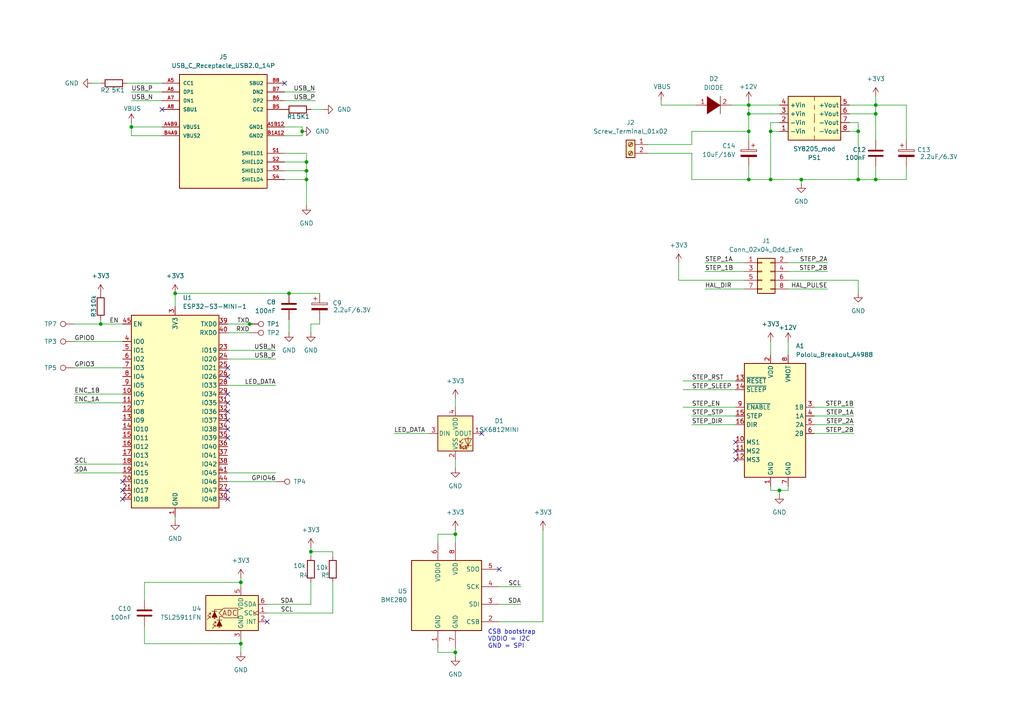
<source format=kicad_sch>
(kicad_sch (version 20231120) (generator "eeschema") (generator_version "8.0")
  (paper "A4")
  (lib_symbols
    (symbol "Connector:Screw_Terminal_01x02" (pin_names (offset 1.016) hide)
      (property "Reference" "J" (at 0 2.54 0))
      (property "Value" "Screw_Terminal_01x02" (at 0 -5.08 0))
      (symbol "Screw_Terminal_01x02_1_1"
        (rectangle (start -1.27 1.27) (end 1.27 -3.81) (stroke (width 0.254)) (fill (type background)))
        (circle (center 0 -2.54) (radius 0.635) (stroke (width 0.1524)))
        (polyline (pts (xy -0.5334 -2.2098) (xy 0.3302 -3.048)) (stroke (width 0.1524)))
        (polyline (pts (xy -0.5334 0.3302) (xy 0.3302 -0.508)) (stroke (width 0.1524)))
        (polyline (pts (xy -0.3556 -2.032) (xy 0.508 -2.8702)) (stroke (width 0.1524)))
        (polyline (pts (xy -0.3556 0.508) (xy 0.508 -0.3302)) (stroke (width 0.1524)))
        (circle (center 0 0) (radius 0.635) (stroke (width 0.1524)))
        (pin passive line (at -5.08 0 0) (length 3.81) (name "Pin_1") (number "1"))
        (pin passive line (at -5.08 -2.54 0) (length 3.81) (name "Pin_2") (number "2"))
      )
    )
    (symbol "Connector:TestPoint" (pin_numbers hide) (pin_names (offset 0.762) hide)
      (property "Reference" "TP" (at 0 6.858 0))
      (property "Value" "TestPoint" (at 0 5.08 0))
      (symbol "TestPoint_0_1"
        (circle (center 0 3.302) (radius 0.762))
      )
      (symbol "TestPoint_1_1"
        (pin passive line (at 0 0 90) (length 2.54) (name "1") (number "1"))
      )
    )
    (symbol "Connector_Generic:Conn_02x04_Odd_Even" (pin_names (offset 1.016) hide)
      (property "Reference" "J" (at 1.27 5.08 0))
      (property "Value" "Conn_02x04_Odd_Even" (at 1.27 -7.62 0))
      (symbol "Conn_02x04_Odd_Even_1_1"
        (rectangle (start -1.27 -4.953) (end 0 -5.207) (stroke (width 0.1524)))
        (rectangle (start -1.27 -2.413) (end 0 -2.667) (stroke (width 0.1524)))
        (rectangle (start -1.27 0.127) (end 0 -0.127) (stroke (width 0.1524)))
        (rectangle (start -1.27 2.667) (end 0 2.413) (stroke (width 0.1524)))
        (rectangle (start -1.27 3.81) (end 3.81 -6.35) (stroke (width 0.254)) (fill (type background)))
        (rectangle (start 3.81 -4.953) (end 2.54 -5.207) (stroke (width 0.1524)))
        (rectangle (start 3.81 -2.413) (end 2.54 -2.667) (stroke (width 0.1524)))
        (rectangle (start 3.81 0.127) (end 2.54 -0.127) (stroke (width 0.1524)))
        (rectangle (start 3.81 2.667) (end 2.54 2.413) (stroke (width 0.1524)))
        (pin passive line (at -5.08 2.54 0) (length 3.81) (name "Pin_1") (number "1"))
        (pin passive line (at 7.62 2.54 180) (length 3.81) (name "Pin_2") (number "2"))
        (pin passive line (at -5.08 0 0) (length 3.81) (name "Pin_3") (number "3"))
        (pin passive line (at 7.62 0 180) (length 3.81) (name "Pin_4") (number "4"))
        (pin passive line (at -5.08 -2.54 0) (length 3.81) (name "Pin_5") (number "5"))
        (pin passive line (at 7.62 -2.54 180) (length 3.81) (name "Pin_6") (number "6"))
        (pin passive line (at -5.08 -5.08 0) (length 3.81) (name "Pin_7") (number "7"))
        (pin passive line (at 7.62 -5.08 180) (length 3.81) (name "Pin_8") (number "8"))
      )
    )
    (symbol "Converter_DCDC:SY8205"
      (property "Reference" "PS" (at -7.62 6.35 0))
      (property "Value" "SY8205_mod" (at 1.27 6.35 0))
      (symbol "SY8205_0_0"
        (pin power_in line (at -10.16 2.54 0) (length 2.54) (name "-Vin") (number "1"))
        (pin power_out line (at 10.16 -5.08 180) (length 2.54) (name "+Vout") (number "5"))
      )
      (symbol "SY8205_0_1"
        (rectangle (start -7.62 5.08) (end 7.62 -7.62) (stroke (width 0.254)) (fill (type background)))
        (polyline (pts (xy 0 -6.35) (xy 0 -7.62)))
        (polyline (pts (xy 0 -3.81) (xy 0 -5.08)))
        (polyline (pts (xy 0 0) (xy 0 -2.54)))
        (polyline (pts (xy 0 2.54) (xy 0 1.27)))
        (polyline (pts (xy 0 5.08) (xy 0 3.81)))
      )
      (symbol "SY8205_1_0"
        (pin power_in line (at -10.16 0 0) (length 2.54) (name "-Vin") (number "2"))
        (pin power_in line (at -10.16 -2.54 0) (length 2.54) (name "+Vin") (number "3"))
        (pin power_in line (at -10.16 -5.08 0) (length 2.54) (name "+Vin") (number "4"))
        (pin power_out line (at 10.16 -2.54 180) (length 2.54) (name "+Vout") (number "6"))
        (pin power_out line (at 10.16 0 180) (length 2.54) (name "-Vout") (number "7"))
        (pin power_out line (at 10.16 2.54 180) (length 2.54) (name "-Vout") (number "8"))
      )
    )
    (symbol "Device:C" (pin_numbers hide) (pin_names (offset 0.254))
      (property "Reference" "C" (at 0.635 2.54 0))
      (property "Value" "C" (at 0.635 -2.54 0))
      (symbol "C_0_1"
        (polyline (pts (xy -2.032 -0.762) (xy 2.032 -0.762)) (stroke (width 0.508)))
        (polyline (pts (xy -2.032 0.762) (xy 2.032 0.762)) (stroke (width 0.508)))
      )
      (symbol "C_1_1"
        (pin passive line (at 0 3.81 270) (length 2.794) (name "~") (number "1"))
        (pin passive line (at 0 -3.81 90) (length 2.794) (name "~") (number "2"))
      )
    )
    (symbol "Device:C_Polarized" (pin_numbers hide) (pin_names (offset 0.254))
      (property "Reference" "C" (at 0.635 2.54 0))
      (property "Value" "C_Polarized" (at 0.635 -2.54 0))
      (symbol "C_Polarized_0_1"
        (rectangle (start -2.286 0.508) (end 2.286 1.016))
        (polyline (pts (xy -1.778 2.286) (xy -0.762 2.286)))
        (polyline (pts (xy -1.27 2.794) (xy -1.27 1.778)))
        (rectangle (start 2.286 -0.508) (end -2.286 -1.016) (fill (type outline)))
      )
      (symbol "C_Polarized_1_1"
        (pin passive line (at 0 3.81 270) (length 2.794) (name "~") (number "1"))
        (pin passive line (at 0 -3.81 90) (length 2.794) (name "~") (number "2"))
      )
    )
    (symbol "Device:R" (pin_numbers hide) (pin_names (offset 0))
      (property "Reference" "R" (at 2.032 0 90))
      (property "Value" "R" (at 0 0 90))
      (symbol "R_0_1"
        (rectangle (start -1.016 -2.54) (end 1.016 2.54) (stroke (width 0.254)))
      )
      (symbol "R_1_1"
        (pin passive line (at 0 3.81 270) (length 1.27) (name "~") (number "1"))
        (pin passive line (at 0 -3.81 90) (length 1.27) (name "~") (number "2"))
      )
    )
    (symbol "Driver_Motor:Pololu_Breakout_A4988"
      (property "Reference" "A" (at -2.54 19.05 0))
      (property "Value" "Pololu_Breakout_A4988" (at -2.54 16.51 0))
      (symbol "Pololu_Breakout_A4988_0_1"
        (rectangle (start 10.16 -17.78) (end -7.62 15.24) (stroke (width 0.254)) (fill (type background)))
      )
      (symbol "Pololu_Breakout_A4988_1_1"
        (pin power_in line (at 0 -20.32 90) (length 2.54) (name "GND") (number "1"))
        (pin input line (at -10.16 -7.62 0) (length 2.54) (name "MS1") (number "10"))
        (pin input line (at -10.16 -10.16 0) (length 2.54) (name "MS2") (number "11"))
        (pin input line (at -10.16 -12.7 0) (length 2.54) (name "MS3") (number "12"))
        (pin input line (at -10.16 10.16 0) (length 2.54) (name "~{RESET}") (number "13"))
        (pin input line (at -10.16 7.62 0) (length 2.54) (name "~{SLEEP}") (number "14"))
        (pin input line (at -10.16 0 0) (length 2.54) (name "STEP") (number "15"))
        (pin input line (at -10.16 -2.54 0) (length 2.54) (name "DIR") (number "16"))
        (pin power_in line (at 0 17.78 270) (length 2.54) (name "VDD") (number "2"))
        (pin output line (at 12.7 2.54 180) (length 2.54) (name "1B") (number "3"))
        (pin output line (at 12.7 0 180) (length 2.54) (name "1A") (number "4"))
        (pin output line (at 12.7 -2.54 180) (length 2.54) (name "2A") (number "5"))
        (pin output line (at 12.7 -5.08 180) (length 2.54) (name "2B") (number "6"))
        (pin power_in line (at 5.08 -20.32 90) (length 2.54) (name "GND") (number "7"))
        (pin power_in line (at 5.08 17.78 270) (length 2.54) (name "VMOT") (number "8"))
        (pin input line (at -10.16 2.54 0) (length 2.54) (name "~{ENABLE}") (number "9"))
      )
    )
    (symbol "LED:SK6812MINI" (pin_names (offset 0.254))
      (property "Reference" "D" (at 5.08 5.715 0))
      (property "Value" "SK6812MINI" (at 1.27 -5.715 0))
      (symbol "SK6812MINI_0_0"
        (text "RGB" (at 2.286 -4.191 0) (effects (font (size 0.762 0.762))))
      )
      (symbol "SK6812MINI_0_1"
        (polyline (pts (xy 1.27 -3.556) (xy 1.778 -3.556)))
        (polyline (pts (xy 1.27 -2.54) (xy 1.778 -2.54)))
        (polyline (pts (xy 4.699 -3.556) (xy 2.667 -3.556)))
        (polyline (pts (xy 2.286 -2.54) (xy 1.27 -3.556) (xy 1.27 -3.048)))
        (polyline (pts (xy 2.286 -1.524) (xy 1.27 -2.54) (xy 1.27 -2.032)))
        (polyline (pts (xy 3.683 -1.016) (xy 3.683 -3.556) (xy 3.683 -4.064)))
        (polyline (pts (xy 4.699 -1.524) (xy 2.667 -1.524) (xy 3.683 -3.556) (xy 4.699 -1.524)))
        (rectangle (start 5.08 5.08) (end -5.08 -5.08) (stroke (width 0.254)) (fill (type background)))
      )
      (symbol "SK6812MINI_1_1"
        (pin output line (at 7.62 0 180) (length 2.54) (name "DOUT") (number "1"))
        (pin power_in line (at 0 -7.62 90) (length 2.54) (name "VSS") (number "2"))
        (pin input line (at -7.62 0 0) (length 2.54) (name "DIN") (number "3"))
        (pin power_in line (at 0 7.62 270) (length 2.54) (name "VDD") (number "4"))
      )
    )
    (symbol "MCU_Espressif:ESP32-S3-MINI-1"
      (property "Reference" "U" (at -11.43 29.21 0))
      (property "Value" "ESP32-S3-MINI-1" (at 12.7 29.21 0))
      (symbol "ESP32-S3-MINI-1_0_1"
        (rectangle (start -12.7 27.94) (end 12.7 -27.94) (stroke (width 0.254)) (fill (type background)))
      )
      (symbol "ESP32-S3-MINI-1_1_1"
        (pin power_in line (at 0 -30.48 90) (length 2.54) (name "GND") (number "1"))
        (pin bidirectional line (at -15.24 5.08 0) (length 2.54) (name "IO6") (number "10"))
        (pin bidirectional line (at -15.24 2.54 0) (length 2.54) (name "IO7") (number "11"))
        (pin bidirectional line (at -15.24 0 0) (length 2.54) (name "IO8") (number "12"))
        (pin bidirectional line (at -15.24 -2.54 0) (length 2.54) (name "IO9") (number "13"))
        (pin bidirectional line (at -15.24 -5.08 0) (length 2.54) (name "IO10") (number "14"))
        (pin bidirectional line (at -15.24 -7.62 0) (length 2.54) (name "IO11") (number "15"))
        (pin bidirectional line (at -15.24 -10.16 0) (length 2.54) (name "IO12") (number "16"))
        (pin bidirectional line (at -15.24 -12.7 0) (length 2.54) (name "IO13") (number "17"))
        (pin bidirectional line (at -15.24 -15.24 0) (length 2.54) (name "IO14") (number "18"))
        (pin bidirectional line (at -15.24 -17.78 0) (length 2.54) (name "IO15") (number "19"))
        (pin passive line (at 0 -30.48 90) (length 2.54) hide (name "GND") (number "2"))
        (pin bidirectional line (at -15.24 -20.32 0) (length 2.54) (name "IO16") (number "20"))
        (pin bidirectional line (at -15.24 -22.86 0) (length 2.54) (name "IO17") (number "21"))
        (pin bidirectional line (at -15.24 -25.4 0) (length 2.54) (name "IO18") (number "22"))
        (pin bidirectional line (at 15.24 17.78 180) (length 2.54) (name "IO19") (number "23"))
        (pin bidirectional line (at 15.24 15.24 180) (length 2.54) (name "IO20") (number "24"))
        (pin bidirectional line (at 15.24 12.7 180) (length 2.54) (name "IO21") (number "25"))
        (pin bidirectional line (at 15.24 10.16 180) (length 2.54) (name "IO26") (number "26"))
        (pin bidirectional line (at 15.24 -22.86 180) (length 2.54) (name "IO47") (number "27"))
        (pin bidirectional line (at 15.24 7.62 180) (length 2.54) (name "IO33") (number "28"))
        (pin bidirectional line (at 15.24 5.08 180) (length 2.54) (name "IO34") (number "29"))
        (pin power_in line (at 0 30.48 270) (length 2.54) (name "3V3") (number "3"))
        (pin bidirectional line (at 15.24 -25.4 180) (length 2.54) (name "IO48") (number "30"))
        (pin bidirectional line (at 15.24 2.54 180) (length 2.54) (name "IO35") (number "31"))
        (pin bidirectional line (at 15.24 0 180) (length 2.54) (name "IO36") (number "32"))
        (pin bidirectional line (at 15.24 -2.54 180) (length 2.54) (name "IO37") (number "33"))
        (pin bidirectional line (at 15.24 -5.08 180) (length 2.54) (name "IO38") (number "34"))
        (pin bidirectional line (at 15.24 -7.62 180) (length 2.54) (name "IO39") (number "35"))
        (pin bidirectional line (at 15.24 -10.16 180) (length 2.54) (name "IO40") (number "36"))
        (pin bidirectional line (at 15.24 -12.7 180) (length 2.54) (name "IO41") (number "37"))
        (pin bidirectional line (at 15.24 -15.24 180) (length 2.54) (name "IO42") (number "38"))
        (pin bidirectional line (at 15.24 25.4 180) (length 2.54) (name "TXD0") (number "39"))
        (pin bidirectional line (at -15.24 20.32 0) (length 2.54) (name "IO0") (number "4"))
        (pin bidirectional line (at 15.24 22.86 180) (length 2.54) (name "RXD0") (number "40"))
        (pin bidirectional line (at 15.24 -17.78 180) (length 2.54) (name "IO45") (number "41"))
        (pin passive line (at 0 -30.48 90) (length 2.54) hide (name "GND") (number "42"))
        (pin passive line (at 0 -30.48 90) (length 2.54) hide (name "GND") (number "43"))
        (pin bidirectional line (at 15.24 -20.32 180) (length 2.54) (name "IO46") (number "44"))
        (pin input line (at -15.24 25.4 0) (length 2.54) (name "EN") (number "45"))
        (pin passive line (at 0 -30.48 90) (length 2.54) hide (name "GND") (number "46"))
        (pin passive line (at 0 -30.48 90) (length 2.54) hide (name "GND") (number "47"))
        (pin passive line (at 0 -30.48 90) (length 2.54) hide (name "GND") (number "48"))
        (pin passive line (at 0 -30.48 90) (length 2.54) hide (name "GND") (number "49"))
        (pin bidirectional line (at -15.24 17.78 0) (length 2.54) (name "IO1") (number "5"))
        (pin passive line (at 0 -30.48 90) (length 2.54) hide (name "GND") (number "50"))
        (pin passive line (at 0 -30.48 90) (length 2.54) hide (name "GND") (number "51"))
        (pin passive line (at 0 -30.48 90) (length 2.54) hide (name "GND") (number "52"))
        (pin passive line (at 0 -30.48 90) (length 2.54) hide (name "GND") (number "53"))
        (pin passive line (at 0 -30.48 90) (length 2.54) hide (name "GND") (number "54"))
        (pin passive line (at 0 -30.48 90) (length 2.54) hide (name "GND") (number "55"))
        (pin passive line (at 0 -30.48 90) (length 2.54) hide (name "GND") (number "56"))
        (pin passive line (at 0 -30.48 90) (length 2.54) hide (name "GND") (number "57"))
        (pin passive line (at 0 -30.48 90) (length 2.54) hide (name "GND") (number "58"))
        (pin passive line (at 0 -30.48 90) (length 2.54) hide (name "GND") (number "59"))
        (pin bidirectional line (at -15.24 15.24 0) (length 2.54) (name "IO2") (number "6"))
        (pin passive line (at 0 -30.48 90) (length 2.54) hide (name "GND") (number "60"))
        (pin passive line (at 0 -30.48 90) (length 2.54) hide (name "GND") (number "61"))
        (pin passive line (at 0 -30.48 90) (length 2.54) hide (name "GND") (number "62"))
        (pin passive line (at 0 -30.48 90) (length 2.54) hide (name "GND") (number "63"))
        (pin passive line (at 0 -30.48 90) (length 2.54) hide (name "GND") (number "64"))
        (pin passive line (at 0 -30.48 90) (length 2.54) hide (name "GND") (number "65"))
        (pin bidirectional line (at -15.24 12.7 0) (length 2.54) (name "IO3") (number "7"))
        (pin bidirectional line (at -15.24 10.16 0) (length 2.54) (name "IO4") (number "8"))
        (pin bidirectional line (at -15.24 7.62 0) (length 2.54) (name "IO5") (number "9"))
      )
    )
    (symbol "Moex USB_C:2171790001" (pin_names (offset 1.016))
      (property "Reference" "J" (at -12.7 16.002 0))
      (property "Value" "2171790001" (at -12.7 -18.542 0))
      (symbol "2171790001_0_0"
        (rectangle (start -12.7 -17.78) (end 12.7 15.24) (stroke (width 0.254)) (fill (type background)))
        (pin power_in line (at 17.78 0 180) (length 5.08) (name "GND1") (number "A1B12"))
        (pin power_in line (at -17.78 0 0) (length 5.08) (name "VBUS1") (number "A4B9"))
        (pin bidirectional line (at -17.78 12.7 0) (length 5.08) (name "CC1") (number "A5"))
        (pin bidirectional line (at -17.78 10.16 0) (length 5.08) (name "DP1") (number "A6"))
        (pin bidirectional line (at -17.78 7.62 0) (length 5.08) (name "DN1") (number "A7"))
        (pin bidirectional line (at -17.78 5.08 0) (length 5.08) (name "SBU1") (number "A8"))
        (pin power_in line (at 17.78 -2.54 180) (length 5.08) (name "GND2") (number "B1A12"))
        (pin power_in line (at -17.78 -2.54 0) (length 5.08) (name "VBUS2") (number "B4A9"))
        (pin bidirectional line (at 17.78 5.08 180) (length 5.08) (name "CC2") (number "B5"))
        (pin bidirectional line (at 17.78 7.62 180) (length 5.08) (name "DP2") (number "B6"))
        (pin bidirectional line (at 17.78 10.16 180) (length 5.08) (name "DN2") (number "B7"))
        (pin bidirectional line (at 17.78 12.7 180) (length 5.08) (name "SBU2") (number "B8"))
        (pin passive line (at 17.78 -7.62 180) (length 5.08) (name "SHIELD1") (number "S1"))
        (pin passive line (at 17.78 -10.16 180) (length 5.08) (name "SHIELD2") (number "S2"))
        (pin passive line (at 17.78 -12.7 180) (length 5.08) (name "SHIELD3") (number "S3"))
        (pin passive line (at 17.78 -15.24 180) (length 5.08) (name "SHIELD4") (number "S4"))
      )
    )
    (symbol "Sensor:BME280"
      (property "Reference" "U" (at -8.89 11.43 0))
      (property "Value" "BME280" (at 7.62 11.43 0))
      (symbol "BME280_0_1"
        (rectangle (start -10.16 10.16) (end 10.16 -10.16) (stroke (width 0.254)) (fill (type background)))
      )
      (symbol "BME280_1_1"
        (pin power_in line (at -2.54 -15.24 90) (length 5.08) (name "GND") (number "1"))
        (pin input line (at 15.24 -7.62 180) (length 5.08) (name "CSB") (number "2"))
        (pin bidirectional line (at 15.24 -2.54 180) (length 5.08) (name "SDI") (number "3"))
        (pin input line (at 15.24 2.54 180) (length 5.08) (name "SCK") (number "4"))
        (pin bidirectional line (at 15.24 7.62 180) (length 5.08) (name "SDO") (number "5"))
        (pin power_in line (at -2.54 15.24 270) (length 5.08) (name "VDDIO") (number "6"))
        (pin power_in line (at 2.54 -15.24 90) (length 5.08) (name "GND") (number "7"))
        (pin power_in line (at 2.54 15.24 270) (length 5.08) (name "VDD") (number "8"))
      )
    )
    (symbol "Sensor_Optical:TSL25911FN"
      (property "Reference" "U" (at -7.62 6.35 0))
      (property "Value" "TSL25911FN" (at 0 -6.35 0))
      (symbol "TSL25911FN_0_0"
        (text "ADC" (at -0.635 0 0) (effects (font (size 1.524 1.524))))
      )
      (symbol "TSL25911FN_0_1"
        (polyline (pts (xy -6.35 -1.016) (xy -7.239 -1.905)))
        (polyline (pts (xy -6.35 -1.016) (xy -6.858 -1.016)))
        (polyline (pts (xy -6.35 -1.016) (xy -6.35 -1.524)))
        (polyline (pts (xy -6.223 0) (xy -7.112 -0.889)))
        (polyline (pts (xy -6.223 0) (xy -6.731 0)))
        (polyline (pts (xy -6.223 0) (xy -6.223 -0.508)))
        (polyline (pts (xy -4.826 -3.556) (xy -5.715 -4.445)))
        (polyline (pts (xy -4.826 -3.556) (xy -5.334 -3.556)))
        (polyline (pts (xy -4.826 -3.556) (xy -4.826 -4.064)))
        (polyline (pts (xy -4.699 -2.54) (xy -5.588 -3.429)))
        (polyline (pts (xy -4.699 -2.54) (xy -5.207 -2.54)))
        (polyline (pts (xy -4.699 -2.54) (xy -4.699 -3.048)))
        (polyline (pts (xy -4.318 0.508) (xy -5.842 0.508)))
        (polyline (pts (xy -2.921 -2.032) (xy -4.445 -2.032)))
        (polyline (pts (xy -4.318 -1.27) (xy -5.842 -1.27) (xy -5.08 0.381) (xy -4.318 -1.27)) (fill (type outline)))
        (polyline (pts (xy -2.921 -3.81) (xy -4.445 -3.81) (xy -3.683 -2.159) (xy -2.921 -3.81)) (fill (type outline)))
      )
      (symbol "TSL25911FN_1_0"
        (polyline (pts (xy -3.81 0) (xy -2.413 -1.397) (xy 1.651 -1.397) (xy 1.651 0)))
        (polyline (pts (xy -3.81 0) (xy -2.413 1.397) (xy 1.651 1.397) (xy 1.651 0)))
      )
      (symbol "TSL25911FN_1_1"
        (rectangle (start -7.62 5.08) (end 7.62 -5.08) (stroke (width 0.254)) (fill (type background)))
        (polyline (pts (xy -4.826 -1.651) (xy -5.334 -1.651)))
        (polyline (pts (xy -3.429 -4.191) (xy -3.937 -4.191)))
        (polyline (pts (xy -5.08 -1.524) (xy -5.08 1.016) (xy -2.794 1.016)))
        (polyline (pts (xy -3.683 -4.064) (xy -3.683 -1.016) (xy -2.794 -1.016)))
        (pin input clock (at 10.16 0 180) (length 2.54) (name "SCL") (number "1"))
        (pin open_collector line (at 10.16 -2.54 180) (length 2.54) (name "INT") (number "2"))
        (pin power_in line (at 2.54 -7.62 90) (length 2.54) (name "GND") (number "3"))
        (pin no_connect line (at -7.62 2.54 0) (length 2.54) hide (name "NC") (number "4"))
        (pin power_in line (at 2.54 7.62 270) (length 2.54) (name "VDD") (number "5"))
        (pin bidirectional line (at 10.16 2.54 180) (length 2.54) (name "SDA") (number "6"))
      )
    )
    (symbol "power:+3V3" (power) (pin_numbers hide) (pin_names (offset 0) hide)
      (property "Value" "+3V3" (at 0 3.556 0))
      (symbol "+3V3_0_1"
        (polyline (pts (xy -0.762 1.27) (xy 0 2.54)))
        (polyline (pts (xy 0 0) (xy 0 2.54)))
        (polyline (pts (xy 0 2.54) (xy 0.762 1.27)))
      )
      (symbol "+3V3_1_1"
        (pin power_in line (at 0 0 90) (length 0) (name "~") (number "1"))
      )
    )
    (symbol "power:+5V" (power) (pin_numbers hide) (pin_names (offset 0) hide)
      (property "Value" "+5V" (at 0 3.556 0))
      (symbol "+5V_0_1"
        (polyline (pts (xy -0.762 1.27) (xy 0 2.54)))
        (polyline (pts (xy 0 0) (xy 0 2.54)))
        (polyline (pts (xy 0 2.54) (xy 0.762 1.27)))
      )
      (symbol "+5V_1_1"
        (pin power_in line (at 0 0 90) (length 0) (name "~") (number "1"))
      )
    )
    (symbol "power:GND" (power) (pin_numbers hide) (pin_names (offset 0) hide)
      (property "Value" "GND" (at 0 -3.81 0))
      (symbol "GND_0_1"
        (polyline (pts (xy 0 0) (xy 0 -1.27) (xy 1.27 -1.27) (xy 0 -2.54) (xy -1.27 -1.27) (xy 0 -1.27)))
      )
      (symbol "GND_1_1"
        (pin power_in line (at 0 0 270) (length 0) (name "~") (number "1"))
      )
    )
    (symbol "pspice:DIODE" (pin_names (offset 1.016) hide)
      (property "Reference" "D" (at 0 3.81 0))
      (property "Value" "DIODE" (at 0 -4.445 0))
      (symbol "DIODE_0_1"
        (polyline (pts (xy 1.905 2.54) (xy 1.905 -2.54)))
        (polyline (pts (xy -1.905 2.54) (xy -1.905 -2.54) (xy 1.905 0)) (fill (type outline)))
      )
      (symbol "DIODE_1_1"
        (pin input line (at -5.08 0 0) (length 3.81) (name "K") (number "1"))
        (pin input line (at 5.08 0 180) (length 3.81) (name "A") (number "2"))
      )
    )
  )
  (junction (at 254 30.48))
  (junction (at 72.39 93.98))
  (junction (at 132.08 189.23))
  (junction (at 88.9 46.99))
  (junction (at 69.85 168.91))
  (junction (at 83.82 85.09))
  (junction (at 223.52 52.07))
  (junction (at 132.08 154.94))
  (junction (at 232.41 52.07))
  (junction (at 254 52.07))
  (junction (at 69.85 186.69))
  (junction (at 223.52 38.1))
  (junction (at 217.17 52.07))
  (junction (at 90.17 160.02))
  (junction (at 88.9 52.07))
  (junction (at 254 33.02))
  (junction (at 217.17 33.02))
  (junction (at 226.06 142.24))
  (junction (at 88.9 49.53))
  (junction (at 217.17 30.48))
  (junction (at 38.1 36.83))
  (junction (at 248.92 52.07))
  (junction (at 217.17 38.1))
  (junction (at 29.21 93.98))
  (junction (at 248.92 38.1))
  (junction (at 50.8 85.09))
  (junction (at 87.63 38.1))
  (no_connect (at 66.04 127))
  (no_connect (at 66.04 124.46))
  (no_connect (at 35.56 144.78))
  (no_connect (at 66.04 116.84))
  (no_connect (at 82.55 24.13))
  (no_connect (at 66.04 121.92))
  (no_connect (at 66.04 114.3))
  (no_connect (at 77.47 180.34))
  (no_connect (at 66.04 106.68))
  (no_connect (at 144.78 165.1))
  (no_connect (at 66.04 144.78))
  (no_connect (at 35.56 139.7))
  (no_connect (at 35.56 142.24))
  (no_connect (at 213.36 128.27))
  (no_connect (at 213.36 133.35))
  (no_connect (at 46.99 31.75))
  (no_connect (at 66.04 109.22))
  (no_connect (at 139.7 125.73))
  (no_connect (at 213.36 130.81))
  (no_connect (at 66.04 119.38))
  (no_connect (at 66.04 142.24))
  (wire (pts (xy 157.48 153.67) (xy 157.48 180.34)))
  (wire (pts (xy 232.41 52.07) (xy 232.41 53.34)))
  (wire (pts (xy 77.47 175.26) (xy 90.17 175.26)))
  (wire (pts (xy 228.6 76.2) (xy 240.03 76.2)))
  (wire (pts (xy 38.1 36.83) (xy 46.99 36.83)))
  (wire (pts (xy 236.22 123.19) (xy 247.65 123.19)))
  (wire (pts (xy 262.89 52.07) (xy 254 52.07)))
  (wire (pts (xy 92.71 93.98) (xy 90.17 93.98)))
  (wire (pts (xy 66.04 96.52) (xy 72.39 96.52)))
  (wire (pts (xy 212.09 30.48) (xy 217.17 30.48)))
  (wire (pts (xy 248.92 85.09) (xy 248.92 81.28)))
  (wire (pts (xy 66.04 104.14) (xy 80.01 104.14)))
  (wire (pts (xy 82.55 26.67) (xy 91.44 26.67)))
  (wire (pts (xy 41.91 168.91) (xy 41.91 173.99)))
  (wire (pts (xy 69.85 186.69) (xy 69.85 189.23)))
  (wire (pts (xy 223.52 99.06) (xy 223.52 102.87)))
  (wire (pts (xy 96.52 161.29) (xy 96.52 160.02)))
  (wire (pts (xy 200.66 44.45) (xy 200.66 52.07)))
  (wire (pts (xy 88.9 52.07) (xy 88.9 59.69)))
  (wire (pts (xy 223.52 35.56) (xy 223.52 38.1)))
  (wire (pts (xy 132.08 157.48) (xy 132.08 154.94)))
  (wire (pts (xy 200.66 123.19) (xy 213.36 123.19)))
  (wire (pts (xy 262.89 30.48) (xy 262.89 40.64)))
  (wire (pts (xy 38.1 35.56) (xy 38.1 36.83)))
  (wire (pts (xy 127 187.96) (xy 127 189.23)))
  (wire (pts (xy 217.17 30.48) (xy 226.06 30.48)))
  (wire (pts (xy 223.52 142.24) (xy 226.06 142.24)))
  (wire (pts (xy 200.66 120.65) (xy 213.36 120.65)))
  (wire (pts (xy 38.1 36.83) (xy 38.1 39.37)))
  (wire (pts (xy 132.08 153.67) (xy 132.08 154.94)))
  (wire (pts (xy 82.55 46.99) (xy 88.9 46.99)))
  (wire (pts (xy 88.9 46.99) (xy 88.9 49.53)))
  (wire (pts (xy 132.08 189.23) (xy 132.08 190.5)))
  (wire (pts (xy 26.67 24.13) (xy 29.21 24.13)))
  (wire (pts (xy 82.55 44.45) (xy 88.9 44.45)))
  (wire (pts (xy 21.59 134.62) (xy 35.56 134.62)))
  (wire (pts (xy 232.41 52.07) (xy 248.92 52.07)))
  (wire (pts (xy 248.92 81.28) (xy 228.6 81.28)))
  (wire (pts (xy 187.96 44.45) (xy 200.66 44.45)))
  (wire (pts (xy 38.1 39.37) (xy 46.99 39.37)))
  (wire (pts (xy 90.17 93.98) (xy 90.17 96.52)))
  (wire (pts (xy 226.06 35.56) (xy 223.52 35.56)))
  (wire (pts (xy 21.59 116.84) (xy 35.56 116.84)))
  (wire (pts (xy 198.12 118.11) (xy 213.36 118.11)))
  (wire (pts (xy 246.38 35.56) (xy 248.92 35.56)))
  (wire (pts (xy 21.59 99.06) (xy 35.56 99.06)))
  (wire (pts (xy 66.04 139.7) (xy 80.01 139.7)))
  (wire (pts (xy 21.59 93.98) (xy 29.21 93.98)))
  (wire (pts (xy 82.55 29.21) (xy 91.44 29.21)))
  (wire (pts (xy 246.38 33.02) (xy 254 33.02)))
  (wire (pts (xy 90.17 160.02) (xy 90.17 161.29)))
  (wire (pts (xy 83.82 92.71) (xy 83.82 96.52)))
  (wire (pts (xy 228.6 83.82) (xy 240.03 83.82)))
  (wire (pts (xy 254 30.48) (xy 254 33.02)))
  (wire (pts (xy 132.08 133.35) (xy 132.08 135.89)))
  (wire (pts (xy 236.22 125.73) (xy 247.65 125.73)))
  (wire (pts (xy 82.55 52.07) (xy 88.9 52.07)))
  (wire (pts (xy 50.8 149.86) (xy 50.8 151.13)))
  (wire (pts (xy 38.1 26.67) (xy 46.99 26.67)))
  (wire (pts (xy 248.92 35.56) (xy 248.92 38.1)))
  (wire (pts (xy 83.82 85.09) (xy 92.71 85.09)))
  (wire (pts (xy 246.38 38.1) (xy 248.92 38.1)))
  (wire (pts (xy 254 40.64) (xy 254 33.02)))
  (wire (pts (xy 132.08 189.23) (xy 127 189.23)))
  (wire (pts (xy 90.17 158.75) (xy 90.17 160.02)))
  (wire (pts (xy 66.04 93.98) (xy 72.39 93.98)))
  (wire (pts (xy 21.59 114.3) (xy 35.56 114.3)))
  (wire (pts (xy 21.59 106.68) (xy 35.56 106.68)))
  (wire (pts (xy 217.17 33.02) (xy 217.17 38.1)))
  (wire (pts (xy 35.56 93.98) (xy 29.21 93.98)))
  (wire (pts (xy 69.85 168.91) (xy 41.91 168.91)))
  (wire (pts (xy 217.17 30.48) (xy 217.17 33.02)))
  (wire (pts (xy 69.85 185.42) (xy 69.85 186.69)))
  (wire (pts (xy 66.04 137.16) (xy 80.01 137.16)))
  (wire (pts (xy 87.63 38.1) (xy 87.63 39.37)))
  (wire (pts (xy 38.1 29.21) (xy 46.99 29.21)))
  (wire (pts (xy 69.85 170.18) (xy 69.85 168.91)))
  (wire (pts (xy 187.96 41.91) (xy 200.66 41.91)))
  (wire (pts (xy 223.52 140.97) (xy 223.52 142.24)))
  (wire (pts (xy 69.85 167.64) (xy 69.85 168.91)))
  (wire (pts (xy 77.47 177.8) (xy 96.52 177.8)))
  (wire (pts (xy 90.17 160.02) (xy 96.52 160.02)))
  (wire (pts (xy 41.91 186.69) (xy 41.91 181.61)))
  (wire (pts (xy 200.66 52.07) (xy 217.17 52.07)))
  (wire (pts (xy 66.04 111.76) (xy 80.01 111.76)))
  (wire (pts (xy 50.8 85.09) (xy 50.8 88.9)))
  (wire (pts (xy 87.63 36.83) (xy 87.63 38.1)))
  (wire (pts (xy 248.92 52.07) (xy 254 52.07)))
  (wire (pts (xy 254 30.48) (xy 262.89 30.48)))
  (wire (pts (xy 114.3 125.73) (xy 124.46 125.73)))
  (wire (pts (xy 200.66 38.1) (xy 217.17 38.1)))
  (wire (pts (xy 262.89 48.26) (xy 262.89 52.07)))
  (wire (pts (xy 29.21 93.98) (xy 29.21 92.71)))
  (wire (pts (xy 204.47 76.2) (xy 215.9 76.2)))
  (wire (pts (xy 223.52 52.07) (xy 232.41 52.07)))
  (wire (pts (xy 132.08 115.57) (xy 132.08 118.11)))
  (wire (pts (xy 196.85 76.2) (xy 196.85 81.28)))
  (wire (pts (xy 217.17 33.02) (xy 226.06 33.02)))
  (wire (pts (xy 144.78 175.26) (xy 151.13 175.26)))
  (wire (pts (xy 127 154.94) (xy 127 157.48)))
  (wire (pts (xy 226.06 142.24) (xy 226.06 143.51)))
  (wire (pts (xy 228.6 99.06) (xy 228.6 102.87)))
  (wire (pts (xy 96.52 177.8) (xy 96.52 168.91)))
  (wire (pts (xy 217.17 52.07) (xy 223.52 52.07)))
  (wire (pts (xy 36.83 24.13) (xy 46.99 24.13)))
  (wire (pts (xy 248.92 38.1) (xy 248.92 52.07)))
  (wire (pts (xy 90.17 31.75) (xy 93.98 31.75)))
  (wire (pts (xy 88.9 49.53) (xy 88.9 52.07)))
  (wire (pts (xy 132.08 187.96) (xy 132.08 189.23)))
  (wire (pts (xy 223.52 38.1) (xy 226.06 38.1)))
  (wire (pts (xy 144.78 170.18) (xy 151.13 170.18)))
  (wire (pts (xy 254 48.26) (xy 254 52.07)))
  (wire (pts (xy 204.47 78.74) (xy 215.9 78.74)))
  (wire (pts (xy 217.17 48.26) (xy 217.17 52.07)))
  (wire (pts (xy 198.12 110.49) (xy 213.36 110.49)))
  (wire (pts (xy 217.17 30.48) (xy 217.17 29.21)))
  (wire (pts (xy 228.6 142.24) (xy 228.6 140.97)))
  (wire (pts (xy 228.6 78.74) (xy 240.03 78.74)))
  (wire (pts (xy 204.47 83.82) (xy 215.9 83.82)))
  (wire (pts (xy 21.59 137.16) (xy 35.56 137.16)))
  (wire (pts (xy 223.52 38.1) (xy 223.52 52.07)))
  (wire (pts (xy 82.55 49.53) (xy 88.9 49.53)))
  (wire (pts (xy 226.06 142.24) (xy 228.6 142.24)))
  (wire (pts (xy 217.17 38.1) (xy 217.17 40.64)))
  (wire (pts (xy 72.39 93.98) (xy 73.66 93.98)))
  (wire (pts (xy 191.77 30.48) (xy 201.93 30.48)))
  (wire (pts (xy 82.55 39.37) (xy 87.63 39.37)))
  (wire (pts (xy 191.77 29.21) (xy 191.77 30.48)))
  (wire (pts (xy 66.04 101.6) (xy 80.01 101.6)))
  (wire (pts (xy 236.22 120.65) (xy 247.65 120.65)))
  (wire (pts (xy 50.8 85.09) (xy 83.82 85.09)))
  (wire (pts (xy 88.9 44.45) (xy 88.9 46.99)))
  (wire (pts (xy 157.48 180.34) (xy 144.78 180.34)))
  (wire (pts (xy 196.85 81.28) (xy 215.9 81.28)))
  (wire (pts (xy 69.85 186.69) (xy 41.91 186.69)))
  (wire (pts (xy 246.38 30.48) (xy 254 30.48)))
  (wire (pts (xy 132.08 154.94) (xy 127 154.94)))
  (wire (pts (xy 254 27.94) (xy 254 30.48)))
  (wire (pts (xy 200.66 41.91) (xy 200.66 38.1)))
  (wire (pts (xy 82.55 36.83) (xy 87.63 36.83)))
  (wire (pts (xy 198.12 113.03) (xy 213.36 113.03)))
  (wire (pts (xy 92.71 92.71) (xy 92.71 93.98)))
  (wire (pts (xy 90.17 175.26) (xy 90.17 168.91)))
  (wire (pts (xy 236.22 118.11) (xy 247.65 118.11)))
  (text "CSB bootstrap\nVDDIO = I2C\nGND = SPI" (at 141.478 185.42 0) (effects (font (size 1.27 1.27)) (justify left)))
  (label "LED_DATA" (at 80.01 111.76 180))
  (label "STEP_2A" (at 247.65 123.19 180))
  (label "SCL" (at 85.09 177.8 180))
  (label "USB_N" (at 38.1 29.21 0))
  (label "SDA" (at 151.13 175.26 180))
  (label "STEP_EN" (at 200.66 118.11 0))
  (label "USB_P" (at 38.1 26.67 0))
  (label "USB_N" (at 91.44 26.67 180))
  (label "SCL" (at 21.59 134.62 0))
  (label "STEP_RST" (at 200.66 110.49 0))
  (label "STEP_2B" (at 240.03 78.74 180))
  (label "GPIO0" (at 21.59 99.06 0))
  (label "RXD" (at 72.39 96.52 180))
  (label "STEP_1B" (at 204.47 78.74 0))
  (label "STEP_SLEEP" (at 200.66 113.03 0))
  (label "SCL" (at 151.13 170.18 180))
  (label "HAL_DIR" (at 204.47 83.82 0))
  (label "ENC_1B" (at 21.59 114.3 0))
  (label "EN" (at 31.75 93.98 0))
  (label "TXD" (at 72.39 93.98 180))
  (label "SDA" (at 85.09 175.26 180))
  (label "USB_P" (at 91.44 29.21 180))
  (label "STEP_1B" (at 247.65 118.11 180))
  (label "STEP_2A" (at 240.03 76.2 180))
  (label "STEP_DIR" (at 200.66 123.19 0))
  (label "STEP_1A" (at 204.47 76.2 0))
  (label "USB_N" (at 80.01 101.6 180))
  (label "STEP_STP" (at 200.66 120.65 0))
  (label "ENC_1A" (at 21.59 116.84 0))
  (label "STEP_2B" (at 247.65 125.73 180))
  (label "STEP_1A" (at 247.65 120.65 180))
  (label "HAL_PULSE" (at 240.03 83.82 180))
  (label "GPIO46" (at 80.01 139.7 180))
  (label "LED_DATA" (at 114.3 125.73 0))
  (label "GPIO3" (at 21.59 106.68 0))
  (label "SDA" (at 21.59 137.16 0))
  (label "USB_P" (at 80.01 104.14 180))
  (symbol (lib_id "power:+3V3") (at 132.08 153.67 0) (unit 1)
    (property "Reference" "#PWR024" (effects (hide yes)))
    (property "Value" "+3V3" (at 132.08 148.59 0))
    (property "Description" "Power symbol creates a global label with name \"+3V3\"" (effects (hide yes)))
  )
  (symbol (lib_id "power:GND") (at 88.9 59.69 0) (unit 1)
    (property "Reference" "#PWR031" (effects (hide yes)))
    (property "Value" "GND" (at 88.9 64.77 0))
    (property "Description" "Power symbol creates a global label with name \"GND\" , ground" (effects (hide yes)))
  )
  (symbol (lib_id "Device:C") (at 83.82 88.9 0) (mirror y) (unit 1)
    (property "Reference" "C8" (at 80.01 87.6299 0) (effects (justify left)))
    (property "Value" "100nF" (at 80.01 90.1699 0) (effects (justify left)))
    (property "Footprint" "Capacitor_SMD:C_0603_1608Metric" (effects (hide yes)))
    (property "Description" "Unpolarized capacitor" (effects (hide yes)))
  )
  (symbol (lib_id "power:+5V") (at 191.77 29.21 0) (unit 1)
    (property "Reference" "#PWR06" (effects (hide yes)))
    (property "Value" "VBUS" (at 189.484 25.146 0) (effects (justify left)))
    (property "Description" "Power symbol creates a global label with name \"+5V\"" (effects (hide yes)))
  )
  (symbol (lib_id "Connector:TestPoint") (at 21.59 106.68 90) (mirror x) (unit 1)
    (property "Reference" "TP5" (at 16.51 106.68 90) (effects (justify left)))
    (property "Value" "TestPoint" (effects (hide yes)))
    (property "Footprint" "TestPoint:TestPoint_Pad_D1.5mm" (effects (hide yes)))
    (property "Description" "test point" (effects (hide yes)))
  )
  (symbol (lib_id "power:GND") (at 26.67 24.13 270) (unit 1)
    (property "Reference" "#PWR011" (effects (hide yes)))
    (property "Value" "GND" (at 22.86 24.1299 90) (effects (justify right)))
    (property "Description" "Power symbol creates a global label with name \"GND\" , ground" (effects (hide yes)))
  )
  (symbol (lib_id "Connector:TestPoint") (at 72.39 96.52 270) (unit 1)
    (property "Reference" "TP2" (at 77.47 96.52 90) (effects (justify left)))
    (property "Value" "TestPoint" (effects (hide yes)))
    (property "Footprint" "TestPoint:TestPoint_Pad_D1.5mm" (effects (hide yes)))
    (property "Description" "test point" (effects (hide yes)))
  )
  (symbol (lib_id "Device:C") (at 254 44.45 0) (mirror y) (unit 1)
    (property "Reference" "C12" (at 251.206 43.434 0) (effects (justify left)))
    (property "Value" "100nF" (at 251.206 45.72 0) (effects (justify left)))
    (property "Footprint" "Capacitor_SMD:C_0603_1608Metric" (effects (hide yes)))
    (property "Description" "Unpolarized capacitor" (effects (hide yes)))
  )
  (symbol (lib_id "Driver_Motor:Pololu_Breakout_A4988") (at 223.52 120.65 0) (unit 1)
    (property "Reference" "A1" (at 230.7941 100.33 0) (effects (justify left)))
    (property "Value" "Pololu_Breakout_A4988" (at 230.7941 102.87 0) (effects (justify left)))
    (property "Footprint" "Module:Pololu_Breakout-16_15.2x20.3mm" (effects (hide yes)))
    (property "Datasheet" "https://www.pololu.com/product/2980/pictures" (effects (hide yes)))
    (property "Description" "Pololu Breakout Board, Stepper Driver A4988" (effects (hide yes)))
  )
  (symbol (lib_id "Converter_DCDC:SY8205") (at 236.22 35.56 0) (mirror x) (unit 1)
    (property "Reference" "PS1" (at 236.22 45.72 0))
    (property "Value" "SY8205_mod" (at 236.22 43.18 0))
    (property "Footprint" "Module:DCDC-WeActStudio 3v3 5A" (effects (hide yes)))
    (property "Description" "SY8205 7 TO 30 INPUT, 3.3V/5V/9V/12V 5A OUTPUT DC TO DC MODULE" (effects (hide yes)))
  )
  (symbol (lib_id "MCU_Espressif:ESP32-S3-MINI-1") (at 50.8 119.38 0) (unit 1)
    (property "Reference" "U1" (at 52.9941 86.36 0) (effects (justify left)))
    (property "Value" "ESP32-S3-MINI-1" (at 52.9941 88.9 0) (effects (justify left)))
    (property "Footprint" "Espressif:ESP32-S3-MINI-1" (effects (hide yes)))
    (property "Datasheet" "https://www.espressif.com/sites/default/files/documentation/esp32-s3-mini-1_mini-1u_datasheet_en.pdf" (effects (hide yes)))
    (property "Description" "RF Module, ESP32-S3 SoC, Wi-Fi 802.11b/g/n, Bluetooth, BLE, 32-bit, 3.3V, SMD, onboard antenna" (effects (hide yes)))
  )
  (symbol (lib_id "Connector:TestPoint") (at 21.59 93.98 90) (mirror x) (unit 1)
    (property "Reference" "TP7" (at 16.51 93.98 90) (effects (justify left)))
    (property "Value" "TestPoint" (effects (hide yes)))
    (property "Footprint" "TestPoint:TestPoint_Pad_D1.5mm" (effects (hide yes)))
    (property "Description" "test point" (effects (hide yes)))
  )
  (symbol (lib_id "Device:C_Polarized") (at 262.89 44.45 0) (unit 1)
    (property "Reference" "C13" (at 267.97 43.434 0))
    (property "Value" "2.2uF/6.3V" (at 272.288 45.466 0))
    (property "Footprint" "Capacitor_Tantalum_SMD:CP_EIA-3528-21_Kemet-B" (effects (hide yes)))
    (property "Description" "Polarized capacitor" (effects (hide yes)))
  )
  (symbol (lib_id "Device:R") (at 33.02 24.13 270) (unit 1)
    (property "Reference" "R2" (at 30.48 26.162 90))
    (property "Value" "5K1" (at 34.29 26.162 90))
    (property "Footprint" "Resistor_SMD:R_0603_1608Metric" (effects (hide yes)))
    (property "Description" "Resistor" (effects (hide yes)))
  )
  (symbol (lib_id "Connector:Screw_Terminal_01x02") (at 182.88 41.91 0) (mirror y) (unit 1)
    (property "Reference" "J2" (at 182.88 35.56 0))
    (property "Value" "Screw_Terminal_01x02" (at 182.88 38.1 0))
    (property "Footprint" "TerminalBlock_4Ucon:TerminalBlock_4Ucon_1x02_P3.50mm_Horizontal" (effects (hide yes)))
    (property "Description" "Generic screw terminal, single row, 01x02, script generated (kicad-library-utils/schlib/autogen/connector/)" (effects (hide yes)))
  )
  (symbol (lib_id "power:+3V3") (at 157.48 153.67 0) (unit 1)
    (property "Reference" "#PWR025" (effects (hide yes)))
    (property "Value" "+3V3" (at 157.48 148.59 0))
    (property "Description" "Power symbol creates a global label with name \"+3V3\"" (effects (hide yes)))
  )
  (symbol (lib_id "Device:C_Polarized") (at 92.71 88.9 0) (unit 1)
    (property "Reference" "C9" (at 97.79 87.884 0))
    (property "Value" "2.2uF/6.3V" (at 102.108 89.916 0))
    (property "Footprint" "Capacitor_Tantalum_SMD:CP_EIA-3528-21_Kemet-B" (effects (hide yes)))
    (property "Description" "Polarized capacitor" (effects (hide yes)))
  )
  (symbol (lib_id "power:+5V") (at 38.1 35.56 0) (unit 1)
    (property "Reference" "#PWR015" (effects (hide yes)))
    (property "Value" "VBUS" (at 35.814 31.496 0) (effects (justify left)))
    (property "Description" "Power symbol creates a global label with name \"+5V\"" (effects (hide yes)))
  )
  (symbol (lib_id "power:GND") (at 83.82 96.52 0) (unit 1)
    (property "Reference" "#PWR019" (effects (hide yes)))
    (property "Value" "GND" (at 83.82 101.6 0))
    (property "Description" "Power symbol creates a global label with name \"GND\" , ground" (effects (hide yes)))
  )
  (symbol (lib_id "Sensor:BME280") (at 129.54 172.72 0) (unit 1)
    (property "Reference" "U5" (at 118.11 171.4499 0) (effects (justify right)))
    (property "Value" "BME280" (at 118.11 173.9899 0) (effects (justify right)))
    (property "Footprint" "Package_LGA:Bosch_LGA-8_2.5x2.5mm_P0.65mm_ClockwisePinNumbering" (effects (hide yes)))
    (property "Datasheet" "https://www.bosch-sensortec.com/media/boschsensortec/downloads/datasheets/bst-bme280-ds002.pdf" (effects (hide yes)))
    (property "Description" "3-in-1 sensor, humidity, pressure, temperature, I2C and SPI interface, 1.71-3.6V, LGA-8" (effects (hide yes)))
  )
  (symbol (lib_id "Device:R") (at 90.17 165.1 180) (unit 1)
    (property "Reference" "R4" (at 88.138 166.878 0))
    (property "Value" "10k" (at 86.868 164.084 0))
    (property "Footprint" "Resistor_SMD:R_0603_1608Metric" (effects (hide yes)))
    (property "Description" "Resistor" (effects (hide yes)))
  )
  (symbol (lib_id "power:+3V3") (at 50.8 85.09 0) (unit 1)
    (property "Reference" "#PWR03" (effects (hide yes)))
    (property "Value" "+3V3" (at 50.8 80.01 0))
    (property "Description" "Power symbol creates a global label with name \"+3V3\"" (effects (hide yes)))
  )
  (symbol (lib_id "Device:R") (at 96.52 165.1 180) (unit 1)
    (property "Reference" "R5" (at 94.488 166.878 0))
    (property "Value" "10k" (at 93.472 164.592 0))
    (property "Footprint" "Resistor_SMD:R_0603_1608Metric" (effects (hide yes)))
    (property "Description" "Resistor" (effects (hide yes)))
  )
  (symbol (lib_id "Sensor_Optical:TSL25911FN") (at 67.31 177.8 0) (unit 1)
    (property "Reference" "U4" (at 58.42 176.5299 0) (effects (justify right)))
    (property "Value" "TSL25911FN" (at 58.42 179.0699 0) (effects (justify right)))
    (property "Footprint" "OptoDevice:Ams_TSL25911FN" (effects (hide yes)))
    (property "Datasheet" "https://ams.com/documents/20143/9331680/TSL2591_DS000338_7-00.pdf" (effects (hide yes)))
    (property "Description" "Light to digital converter, 2.7 to 3.6V Vdd, DFN-6" (effects (hide yes)))
  )
  (symbol (lib_id "power:+3V3") (at 90.17 158.75 0) (unit 1)
    (property "Reference" "#PWR028" (effects (hide yes)))
    (property "Value" "+3V3" (at 90.17 153.67 0))
    (property "Description" "Power symbol creates a global label with name \"+3V3\"" (effects (hide yes)))
  )
  (symbol (lib_id "Device:C_Polarized") (at 217.17 44.45 0) (mirror y) (unit 1)
    (property "Reference" "C14" (at 213.36 42.2909 0) (effects (justify left)))
    (property "Value" "10uF/16V" (at 213.36 44.8309 0) (effects (justify left)))
    (property "Footprint" "Capacitor_SMD:CP_Elec_4x5.4" (effects (hide yes)))
    (property "Description" "Polarized capacitor" (effects (hide yes)))
  )
  (symbol (lib_id "power:GND") (at 93.98 31.75 90) (unit 1)
    (property "Reference" "#PWR010" (effects (hide yes)))
    (property "Value" "GND" (at 97.79 31.7499 90) (effects (justify right)))
    (property "Description" "Power symbol creates a global label with name \"GND\" , ground" (effects (hide yes)))
  )
  (symbol (lib_id "Moex USB_C:2171790001") (at 64.77 36.83 0) (unit 1)
    (property "Reference" "J5" (at 64.77 16.51 0))
    (property "Value" "USB_C_Receptacle_USB2.0_14P" (at 64.77 19.05 0))
    (property "Footprint" "Connector_USB:USB_C_Receptacle_Molex_217179" (effects (hide yes)))
    (property "Datasheet" "https://www.usb.org/sites/default/files/documents/usb_type-c.zip" (effects (hide yes)))
    (property "Description" "USB 2.0-only 14P Type-C Receptacle connector" (effects (hide yes)))
    (property "MF" "Molex" (effects (hide yes)))
    (property "MAXIMUM_PACKAGE_HEIGHT" "3.16 mm" (effects (hide yes)))
    (property "Package" "None" (effects (hide yes)))
    (property "Price" "None" (effects (hide yes)))
    (property "Check_prices" "https://www.snapeda.com/parts/217179-0001/Molex/view-part/?ref=eda" (effects (hide yes)))
    (property "STANDARD" "Manufacturer Recommendations" (effects (hide yes)))
    (property "PARTREV" "A1" (effects (hide yes)))
    (property "SnapEDA_Link" "https://www.snapeda.com/parts/217179-0001/Molex/view-part/?ref=snap" (effects (hide yes)))
    (property "MP" "217179-0001" (effects (hide yes)))
    (property "Purchase-URL" "https://www.snapeda.com/api/url_track_click_mouser/?unipart_id=5817784&manufacturer=Molex&part_name=217179-0001&search_term=None" (effects (hide yes)))
    (property "Description_1" "\nUSB Type C - Connector, Top-mount SMT, 16pos | Molex Incorporated 217179-0001\n" (effects (hide yes)))
    (property "MANUFACTURER" "Molex" (effects (hide yes)))
    (property "Availability" "In Stock" (effects (hide yes)))
    (property "SNAPEDA_PN" "2169900003" (effects (hide yes)))
  )
  (symbol (lib_id "Device:R") (at 86.36 31.75 90) (mirror x) (unit 1)
    (property "Reference" "R1" (at 84.582 33.782 90))
    (property "Value" "5K1" (at 87.884 33.782 90))
    (property "Footprint" "Resistor_SMD:R_0603_1608Metric" (effects (hide yes)))
    (property "Description" "Resistor" (effects (hide yes)))
  )
  (symbol (lib_id "Device:C") (at 41.91 177.8 0) (mirror y) (unit 1)
    (property "Reference" "C10" (at 38.1 176.5299 0) (effects (justify left)))
    (property "Value" "100nF" (at 38.1 179.0699 0) (effects (justify left)))
    (property "Footprint" "Capacitor_SMD:C_0603_1608Metric" (effects (hide yes)))
    (property "Description" "Unpolarized capacitor" (effects (hide yes)))
  )
  (symbol (lib_id "Connector_Generic:Conn_02x04_Odd_Even") (at 220.98 78.74 0) (unit 1)
    (property "Reference" "J1" (at 222.25 69.85 0))
    (property "Value" "Conn_02x04_Odd_Even" (at 222.25 72.39 0))
    (property "Footprint" "Connector_JST:JST_PHD_B8B-PHDSS_2x04_P2.00mm_Vertical" (effects (hide yes)))
    (property "Description" "Generic connector, double row, 02x04, odd/even pin numbering scheme (row 1 odd numbers, row 2 even numbers), script generated (kicad-library-utils/schlib/autogen/connector/)" (effects (hide yes)))
  )
  (symbol (lib_id "power:GND") (at 69.85 189.23 0) (unit 1)
    (property "Reference" "#PWR021" (effects (hide yes)))
    (property "Value" "GND" (at 69.85 194.31 0))
    (property "Description" "Power symbol creates a global label with name \"GND\" , ground" (effects (hide yes)))
  )
  (symbol (lib_id "Connector:TestPoint") (at 72.39 93.98 270) (unit 1)
    (property "Reference" "TP1" (at 77.47 93.98 90) (effects (justify left)))
    (property "Value" "TestPoint" (effects (hide yes)))
    (property "Footprint" "TestPoint:TestPoint_Pad_D1.5mm" (effects (hide yes)))
    (property "Description" "test point" (effects (hide yes)))
  )
  (symbol (lib_id "power:GND") (at 248.92 85.09 0) (unit 1)
    (property "Reference" "#PWR08" (effects (hide yes)))
    (property "Value" "GND" (at 248.92 90.17 0))
    (property "Description" "Power symbol creates a global label with name \"GND\" , ground" (effects (hide yes)))
  )
  (symbol (lib_id "power:GND") (at 232.41 53.34 0) (unit 1)
    (property "Reference" "#PWR032" (effects (hide yes)))
    (property "Value" "GND" (at 232.41 58.42 0))
    (property "Description" "Power symbol creates a global label with name \"GND\" , ground" (effects (hide yes)))
  )
  (symbol (lib_id "power:+3V3") (at 132.08 115.57 0) (unit 1)
    (property "Reference" "#PWR012" (effects (hide yes)))
    (property "Value" "+3V3" (at 132.08 110.49 0))
    (property "Description" "Power symbol creates a global label with name \"+3V3\"" (effects (hide yes)))
  )
  (symbol (lib_id "power:+3V3") (at 69.85 167.64 0) (unit 1)
    (property "Reference" "#PWR022" (effects (hide yes)))
    (property "Value" "+3V3" (at 69.85 162.56 0))
    (property "Description" "Power symbol creates a global label with name \"+3V3\"" (effects (hide yes)))
  )
  (symbol (lib_id "power:GND") (at 87.63 38.1 90) (unit 1)
    (property "Reference" "#PWR09" (effects (hide yes)))
    (property "Value" "GND" (at 91.44 38.0999 90) (effects (justify right)))
    (property "Description" "Power symbol creates a global label with name \"GND\" , ground" (effects (hide yes)))
  )
  (symbol (lib_id "power:GND") (at 50.8 151.13 0) (unit 1)
    (property "Reference" "#PWR02" (effects (hide yes)))
    (property "Value" "GND" (at 50.8 156.21 0))
    (property "Description" "Power symbol creates a global label with name \"GND\" , ground" (effects (hide yes)))
  )
  (symbol (lib_id "power:+3V3") (at 196.85 76.2 0) (unit 1)
    (property "Reference" "#PWR07" (effects (hide yes)))
    (property "Value" "+3V3" (at 196.85 71.12 0))
    (property "Description" "Power symbol creates a global label with name \"+3V3\"" (effects (hide yes)))
  )
  (symbol (lib_id "power:GND") (at 90.17 96.52 0) (unit 1)
    (property "Reference" "#PWR020" (effects (hide yes)))
    (property "Value" "GND" (at 90.17 101.6 0))
    (property "Description" "Power symbol creates a global label with name \"GND\" , ground" (effects (hide yes)))
  )
  (symbol (lib_id "Connector:TestPoint") (at 21.59 99.06 90) (mirror x) (unit 1)
    (property "Reference" "TP3" (at 16.51 99.06 90) (effects (justify left)))
    (property "Value" "TestPoint" (effects (hide yes)))
    (property "Footprint" "TestPoint:TestPoint_Pad_D1.5mm" (effects (hide yes)))
    (property "Description" "test point" (effects (hide yes)))
  )
  (symbol (lib_id "power:+5V") (at 228.6 99.06 0) (unit 1)
    (property "Reference" "#PWR05" (effects (hide yes)))
    (property "Value" "+12V" (at 225.806 94.996 0) (effects (justify left)))
    (property "Description" "Power symbol creates a global label with name \"+5V\"" (effects (hide yes)))
  )
  (symbol (lib_id "power:+5V") (at 217.17 29.21 0) (unit 1)
    (property "Reference" "#PWR016" (effects (hide yes)))
    (property "Value" "+12V" (at 214.376 25.146 0) (effects (justify left)))
    (property "Description" "Power symbol creates a global label with name \"+5V\"" (effects (hide yes)))
  )
  (symbol (lib_id "LED:SK6812MINI") (at 132.08 125.73 0) (unit 1)
    (property "Reference" "D1" (at 144.78 122.082 0))
    (property "Value" "SK6812MINI" (at 144.78 124.622 0))
    (property "Footprint" "LED_SMD:LED_SK6812MINI_PLCC4_3.5x3.5mm_P1.75mm" (effects (hide yes)))
    (property "Datasheet" "https://cdn-shop.adafruit.com/product-files/2686/SK6812MINI_REV.01-1-2.pdf" (effects (hide yes)))
    (property "Description" "RGB LED with integrated controller" (effects (hide yes)))
  )
  (symbol (lib_id "power:+3V3") (at 254 27.94 0) (unit 1)
    (property "Reference" "#PWR026" (effects (hide yes)))
    (property "Value" "+3V3" (at 254 22.86 0))
    (property "Description" "Power symbol creates a global label with name \"+3V3\"" (effects (hide yes)))
  )
  (symbol (lib_id "Connector:TestPoint") (at 80.01 139.7 270) (unit 1)
    (property "Reference" "TP4" (at 85.09 139.7 90) (effects (justify left)))
    (property "Value" "TestPoint" (effects (hide yes)))
    (property "Footprint" "TestPoint:TestPoint_Pad_D1.5mm" (effects (hide yes)))
    (property "Description" "test point" (effects (hide yes)))
  )
  (symbol (lib_id "power:GND") (at 132.08 135.89 0) (unit 1)
    (property "Reference" "#PWR027" (effects (hide yes)))
    (property "Value" "GND" (at 132.08 140.97 0))
    (property "Description" "Power symbol creates a global label with name \"GND\" , ground" (effects (hide yes)))
  )
  (symbol (lib_id "power:+3V3") (at 29.21 85.09 0) (unit 1)
    (property "Reference" "#PWR018" (effects (hide yes)))
    (property "Value" "+3V3" (at 29.21 80.01 0))
    (property "Description" "Power symbol creates a global label with name \"+3V3\"" (effects (hide yes)))
  )
  (symbol (lib_id "power:GND") (at 132.08 190.5 0) (unit 1)
    (property "Reference" "#PWR023" (effects (hide yes)))
    (property "Value" "GND" (at 132.08 195.58 0))
    (property "Description" "Power symbol creates a global label with name \"GND\" , ground" (effects (hide yes)))
  )
  (symbol (lib_id "power:+3V3") (at 223.52 99.06 0) (unit 1)
    (property "Reference" "#PWR01" (effects (hide yes)))
    (property "Value" "+3V3" (at 223.52 93.98 0))
    (property "Description" "Power symbol creates a global label with name \"+3V3\"" (effects (hide yes)))
  )
  (symbol (lib_id "pspice:DIODE") (at 207.01 30.48 0) (unit 1)
    (property "Reference" "D2" (at 207.01 22.86 0))
    (property "Value" "DIODE" (at 207.01 25.4 0))
    (property "Footprint" "Diode_SMD:D_SMA" (effects (hide yes)))
    (property "Description" "Diode symbol for simulation only. Pin order incompatible with official kicad footprints" (effects (hide yes)))
  )
  (symbol (lib_id "power:GND") (at 226.06 143.51 0) (unit 1)
    (property "Reference" "#PWR04" (effects (hide yes)))
    (property "Value" "GND" (at 226.06 148.59 0))
    (property "Description" "Power symbol creates a global label with name \"GND\" , ground" (effects (hide yes)))
  )
  (symbol (lib_id "Device:R") (at 29.21 88.9 180) (unit 1)
    (property "Reference" "R3" (at 27.178 90.678 90))
    (property "Value" "10k" (at 27.178 87.376 90))
    (property "Footprint" "Resistor_SMD:R_0603_1608Metric" (effects (hide yes)))
    (property "Description" "Resistor" (effects (hide yes)))
  )
)
</source>
